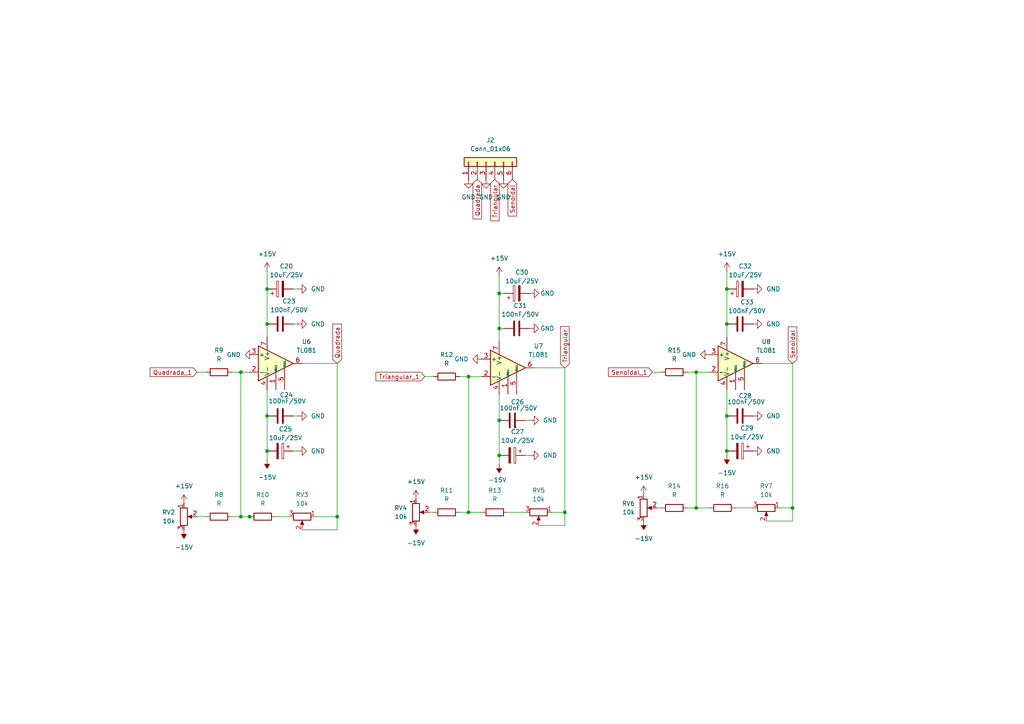
<source format=kicad_sch>
(kicad_sch (version 20231120) (generator "eeschema") (generator_version "8.0")
  (paper "A4")
  (lib_symbols
    (symbol "Amplifier_Operational:TL081" (pin_names (offset 0.127))
      (property "Reference" "U" (at 0 6.35 0))
      (property "Value" "TL081" (at 0 3.81 0))
      (symbol "TL081_0_1"
        (polyline (pts (xy -5.08 5.08) (xy 5.08 0) (xy -5.08 -5.08) (xy -5.08 5.08)) (stroke (width 0.254)) (fill (type background)))
      )
      (symbol "TL081_1_1"
        (pin input line (at 0 -7.62 90) (length 5.08) (name "NULL") (number "1"))
        (pin input line (at -7.62 -2.54 0) (length 2.54) (name "-") (number "2"))
        (pin input line (at -7.62 2.54 0) (length 2.54) (name "+") (number "3"))
        (pin power_in line (at -2.54 -7.62 90) (length 3.81) (name "V-") (number "4"))
        (pin input line (at 2.54 -7.62 90) (length 6.35) (name "NULL") (number "5"))
        (pin output line (at 7.62 0 180) (length 2.54) (name "~") (number "6"))
        (pin power_in line (at -2.54 7.62 270) (length 3.81) (name "V+") (number "7"))
        (pin no_connect line (at 0 2.54 270) (length 2.54) hide (name "NC") (number "8"))
      )
    )
    (symbol "Connector_Generic:Conn_01x06" (pin_names (offset 1.016) hide)
      (property "Reference" "J" (at 0 7.62 0))
      (property "Value" "Conn_01x06" (at 0 -10.16 0))
      (symbol "Conn_01x06_1_1"
        (rectangle (start -1.27 -7.493) (end 0 -7.747) (stroke (width 0.1524)))
        (rectangle (start -1.27 -4.953) (end 0 -5.207) (stroke (width 0.1524)))
        (rectangle (start -1.27 -2.413) (end 0 -2.667) (stroke (width 0.1524)))
        (rectangle (start -1.27 0.127) (end 0 -0.127) (stroke (width 0.1524)))
        (rectangle (start -1.27 2.667) (end 0 2.413) (stroke (width 0.1524)))
        (rectangle (start -1.27 5.207) (end 0 4.953) (stroke (width 0.1524)))
        (rectangle (start -1.27 6.35) (end 1.27 -8.89) (stroke (width 0.254)) (fill (type background)))
        (pin passive line (at -5.08 5.08 0) (length 3.81) (name "Pin_1") (number "1"))
        (pin passive line (at -5.08 2.54 0) (length 3.81) (name "Pin_2") (number "2"))
        (pin passive line (at -5.08 0 0) (length 3.81) (name "Pin_3") (number "3"))
        (pin passive line (at -5.08 -2.54 0) (length 3.81) (name "Pin_4") (number "4"))
        (pin passive line (at -5.08 -5.08 0) (length 3.81) (name "Pin_5") (number "5"))
        (pin passive line (at -5.08 -7.62 0) (length 3.81) (name "Pin_6") (number "6"))
      )
    )
    (symbol "Device:C" (pin_numbers hide) (pin_names (offset 0.254))
      (property "Reference" "C" (at 0.635 2.54 0))
      (property "Value" "C" (at 0.635 -2.54 0))
      (symbol "C_0_1"
        (polyline (pts (xy -2.032 -0.762) (xy 2.032 -0.762)) (stroke (width 0.508)))
        (polyline (pts (xy -2.032 0.762) (xy 2.032 0.762)) (stroke (width 0.508)))
      )
      (symbol "C_1_1"
        (pin passive line (at 0 3.81 270) (length 2.794) (name "~") (number "1"))
        (pin passive line (at 0 -3.81 90) (length 2.794) (name "~") (number "2"))
      )
    )
    (symbol "Device:C_Polarized" (pin_numbers hide) (pin_names (offset 0.254))
      (property "Reference" "C" (at 0.635 2.54 0))
      (property "Value" "C_Polarized" (at 0.635 -2.54 0))
      (symbol "C_Polarized_0_1"
        (rectangle (start -2.286 0.508) (end 2.286 1.016))
        (polyline (pts (xy -1.778 2.286) (xy -0.762 2.286)))
        (polyline (pts (xy -1.27 2.794) (xy -1.27 1.778)))
        (rectangle (start 2.286 -0.508) (end -2.286 -1.016) (fill (type outline)))
      )
      (symbol "C_Polarized_1_1"
        (pin passive line (at 0 3.81 270) (length 2.794) (name "~") (number "1"))
        (pin passive line (at 0 -3.81 90) (length 2.794) (name "~") (number "2"))
      )
    )
    (symbol "Device:R" (pin_numbers hide) (pin_names (offset 0))
      (property "Reference" "R" (at 2.032 0 90))
      (property "Value" "R" (at 0 0 90))
      (symbol "R_0_1"
        (rectangle (start -1.016 -2.54) (end 1.016 2.54) (stroke (width 0.254)))
      )
      (symbol "R_1_1"
        (pin passive line (at 0 3.81 270) (length 1.27) (name "~") (number "1"))
        (pin passive line (at 0 -3.81 90) (length 1.27) (name "~") (number "2"))
      )
    )
    (symbol "Device:R_Potentiometer" (pin_names (offset 1.016) hide)
      (property "Reference" "RV" (at -4.445 0 90))
      (property "Value" "R_Potentiometer" (at -2.54 0 90))
      (symbol "R_Potentiometer_0_1"
        (polyline (pts (xy 2.54 0) (xy 1.524 0)))
        (polyline (pts (xy 1.143 0) (xy 2.286 0.508) (xy 2.286 -0.508) (xy 1.143 0)) (fill (type outline)))
        (rectangle (start 1.016 2.54) (end -1.016 -2.54) (stroke (width 0.254)))
      )
      (symbol "R_Potentiometer_1_1"
        (pin passive line (at 0 3.81 270) (length 1.27) (name "1") (number "1"))
        (pin passive line (at 3.81 0 180) (length 1.27) (name "2") (number "2"))
        (pin passive line (at 0 -3.81 90) (length 1.27) (name "3") (number "3"))
      )
    )
    (symbol "power:+15V" (power) (pin_numbers hide) (pin_names (offset 0) hide)
      (property "Value" "+15V" (at 0 3.556 0))
      (symbol "+15V_0_1"
        (polyline (pts (xy -0.762 1.27) (xy 0 2.54)))
        (polyline (pts (xy 0 0) (xy 0 2.54)))
        (polyline (pts (xy 0 2.54) (xy 0.762 1.27)))
      )
      (symbol "+15V_1_1"
        (pin power_in line (at 0 0 90) (length 0) (name "~") (number "1"))
      )
    )
    (symbol "power:-15V" (power) (pin_numbers hide) (pin_names (offset 0) hide)
      (property "Value" "-15V" (at 0 3.556 0))
      (symbol "-15V_0_0"
        (pin power_in line (at 0 0 90) (length 0) (name "~") (number "1"))
      )
      (symbol "-15V_0_1"
        (polyline (pts (xy 0 0) (xy 0 1.27) (xy 0.762 1.27) (xy 0 2.54) (xy -0.762 1.27) (xy 0 1.27)) (fill (type outline)))
      )
    )
    (symbol "power:GND" (power) (pin_numbers hide) (pin_names (offset 0) hide)
      (property "Value" "GND" (at 0 -3.81 0))
      (symbol "GND_0_1"
        (polyline (pts (xy 0 0) (xy 0 -1.27) (xy 1.27 -1.27) (xy 0 -2.54) (xy -1.27 -1.27) (xy 0 -1.27)))
      )
      (symbol "GND_1_1"
        (pin power_in line (at 0 0 270) (length 0) (name "~") (number "1"))
      )
    )
  )
  (junction (at 77.47 83.82))
  (junction (at 210.82 93.98))
  (junction (at 210.82 83.82))
  (junction (at 163.83 148.59))
  (junction (at 210.82 120.65))
  (junction (at 144.78 85.09))
  (junction (at 69.85 149.86))
  (junction (at 77.47 120.65))
  (junction (at 72.39 149.86))
  (junction (at 201.93 107.95))
  (junction (at 69.85 107.95))
  (junction (at 77.47 130.81))
  (junction (at 144.78 121.92))
  (junction (at 144.78 132.08))
  (junction (at 201.93 147.32))
  (junction (at 77.47 93.98))
  (junction (at 210.82 130.81))
  (junction (at 135.89 109.22))
  (junction (at 229.87 147.32))
  (junction (at 144.78 95.25))
  (junction (at 97.79 149.86))
  (junction (at 135.89 148.59))
  (wire (pts (xy 69.85 107.95) (xy 69.85 149.86)))
  (wire (pts (xy 135.89 109.22) (xy 133.35 109.22)))
  (wire (pts (xy 85.09 130.81) (xy 86.36 130.81)))
  (wire (pts (xy 213.36 147.32) (xy 218.44 147.32)))
  (wire (pts (xy 210.82 83.82) (xy 210.82 93.98)))
  (wire (pts (xy 77.47 113.03) (xy 77.47 120.65)))
  (wire (pts (xy 190.5 147.32) (xy 191.77 147.32)))
  (wire (pts (xy 147.32 148.59) (xy 152.4 148.59)))
  (wire (pts (xy 87.63 153.67) (xy 97.79 153.67)))
  (wire (pts (xy 189.23 107.95) (xy 191.77 107.95)))
  (wire (pts (xy 73.66 149.86) (xy 72.39 149.86)))
  (wire (pts (xy 229.87 151.13) (xy 222.25 151.13)))
  (wire (pts (xy 97.79 105.41) (xy 97.79 149.86)))
  (wire (pts (xy 229.87 147.32) (xy 229.87 151.13)))
  (wire (pts (xy 229.87 105.41) (xy 229.87 147.32)))
  (wire (pts (xy 199.39 147.32) (xy 201.93 147.32)))
  (wire (pts (xy 210.82 120.65) (xy 210.82 130.81)))
  (wire (pts (xy 139.7 148.59) (xy 135.89 148.59)))
  (wire (pts (xy 133.35 148.59) (xy 135.89 148.59)))
  (wire (pts (xy 144.78 80.01) (xy 144.78 85.09)))
  (wire (pts (xy 144.78 95.25) (xy 144.78 99.06)))
  (wire (pts (xy 220.98 105.41) (xy 229.87 105.41)))
  (wire (pts (xy 85.09 83.82) (xy 86.36 83.82)))
  (wire (pts (xy 163.83 106.68) (xy 163.83 148.59)))
  (wire (pts (xy 57.15 149.86) (xy 59.69 149.86)))
  (wire (pts (xy 226.06 147.32) (xy 229.87 147.32)))
  (wire (pts (xy 124.46 148.59) (xy 125.73 148.59)))
  (wire (pts (xy 69.85 107.95) (xy 67.31 107.95)))
  (wire (pts (xy 152.4 132.08) (xy 153.67 132.08)))
  (wire (pts (xy 154.94 106.68) (xy 163.83 106.68)))
  (wire (pts (xy 77.47 130.81) (xy 77.47 133.35)))
  (wire (pts (xy 73.66 102.87) (xy 72.39 102.87)))
  (wire (pts (xy 156.21 152.4) (xy 163.83 152.4)))
  (wire (pts (xy 146.05 95.25) (xy 144.78 95.25)))
  (wire (pts (xy 97.79 153.67) (xy 97.79 149.86)))
  (wire (pts (xy 146.05 85.09) (xy 144.78 85.09)))
  (wire (pts (xy 77.47 78.74) (xy 77.47 83.82)))
  (wire (pts (xy 85.09 93.98) (xy 86.36 93.98)))
  (wire (pts (xy 135.89 109.22) (xy 135.89 148.59)))
  (wire (pts (xy 201.93 107.95) (xy 199.39 107.95)))
  (wire (pts (xy 77.47 93.98) (xy 77.47 97.79)))
  (wire (pts (xy 210.82 113.03) (xy 210.82 120.65)))
  (wire (pts (xy 210.82 78.74) (xy 210.82 83.82)))
  (wire (pts (xy 77.47 120.65) (xy 77.47 130.81)))
  (wire (pts (xy 201.93 107.95) (xy 201.93 147.32)))
  (wire (pts (xy 80.01 149.86) (xy 83.82 149.86)))
  (wire (pts (xy 144.78 132.08) (xy 144.78 134.62)))
  (wire (pts (xy 72.39 149.86) (xy 69.85 149.86)))
  (wire (pts (xy 123.19 109.22) (xy 125.73 109.22)))
  (wire (pts (xy 152.4 121.92) (xy 153.67 121.92)))
  (wire (pts (xy 67.31 149.86) (xy 69.85 149.86)))
  (wire (pts (xy 77.47 83.82) (xy 77.47 93.98)))
  (wire (pts (xy 91.44 149.86) (xy 97.79 149.86)))
  (wire (pts (xy 85.09 120.65) (xy 86.36 120.65)))
  (wire (pts (xy 160.02 148.59) (xy 163.83 148.59)))
  (wire (pts (xy 201.93 107.95) (xy 205.74 107.95)))
  (wire (pts (xy 69.85 107.95) (xy 72.39 107.95)))
  (wire (pts (xy 135.89 109.22) (xy 139.7 109.22)))
  (wire (pts (xy 144.78 121.92) (xy 144.78 132.08)))
  (wire (pts (xy 57.15 107.95) (xy 59.69 107.95)))
  (wire (pts (xy 163.83 152.4) (xy 163.83 148.59)))
  (wire (pts (xy 210.82 93.98) (xy 210.82 97.79)))
  (wire (pts (xy 205.74 147.32) (xy 201.93 147.32)))
  (wire (pts (xy 210.82 130.81) (xy 210.82 132.08)))
  (wire (pts (xy 144.78 85.09) (xy 144.78 95.25)))
  (wire (pts (xy 144.78 114.3) (xy 144.78 121.92)))
  (wire (pts (xy 87.63 105.41) (xy 97.79 105.41)))
  (global_label "Senoidal_1" (shape input) (at 189.23 107.95 180) (property "Intersheetrefs" "${INTERSHEET_REFS}" (effects (hide yes))))
  (global_label "Quadrada_1" (shape input) (at 57.15 107.95 180) (property "Intersheetrefs" "${INTERSHEET_REFS}" (effects (hide yes))))
  (global_label "Triangular" (shape input) (at 163.83 106.68 90) (property "Intersheetrefs" "${INTERSHEET_REFS}" (effects (hide yes))))
  (global_label "Triangular" (shape input) (at 143.51 52.07 270) (property "Intersheetrefs" "${INTERSHEET_REFS}" (effects (hide yes))))
  (global_label "Quadrada" (shape input) (at 138.43 52.07 270) (property "Intersheetrefs" "${INTERSHEET_REFS}" (effects (hide yes))))
  (global_label "Triangular_1" (shape input) (at 123.19 109.22 180) (property "Intersheetrefs" "${INTERSHEET_REFS}" (effects (hide yes))))
  (global_label "Senoidal" (shape input) (at 229.87 105.41 90) (property "Intersheetrefs" "${INTERSHEET_REFS}" (effects (hide yes))))
  (global_label "Senoidal" (shape input) (at 148.59 52.07 270) (property "Intersheetrefs" "${INTERSHEET_REFS}" (effects (hide yes))))
  (global_label "Quadrada" (shape input) (at 97.79 105.41 90) (property "Intersheetrefs" "${INTERSHEET_REFS}" (effects (hide yes))))
  (symbol (lib_id "Device:R_Potentiometer") (at 87.63 149.86 270) (unit 1)
    (property "Reference" "RV3" (at 87.63 143.51 90))
    (property "Value" "10k" (at 87.63 146.05 90))
    (property "Footprint" "Potentiometer_THT:Potentiometer_Bourns_3296W_Vertical" (effects (hide yes)))
    (property "Description" "Potentiometer" (effects (hide yes)))
  )
  (symbol (lib_id "Device:C_Polarized") (at 81.28 130.81 270) (unit 1)
    (property "Reference" "C25" (at 82.804 124.46 90))
    (property "Value" "10uF/25V" (at 82.804 127 90))
    (property "Footprint" "Capacitor_SMD:CP_Elec_4x5.8" (effects (hide yes)))
    (property "Description" "Polarized capacitor" (effects (hide yes)))
  )
  (symbol (lib_id "power:GND") (at 218.44 120.65 90) (unit 1)
    (property "Reference" "#PWR049" (effects (hide yes)))
    (property "Value" "GND" (at 222.25 120.6499 90) (effects (justify right)))
    (property "Description" "Power symbol creates a global label with name \"GND\" , ground" (effects (hide yes)))
  )
  (symbol (lib_id "Amplifier_Operational:TL081") (at 147.32 106.68 0) (unit 1)
    (property "Reference" "U7" (at 156.21 100.3614 0))
    (property "Value" "TL081" (at 156.21 102.9014 0))
    (property "Footprint" "Package_DIP:DIP-8_W7.62mm_LongPads" (effects (hide yes)))
    (property "Datasheet" "http://www.ti.com/lit/ds/symlink/tl081.pdf" (effects (hide yes)))
    (property "Description" "Single JFET-Input Operational Amplifiers, DIP-8/SOIC-8" (effects (hide yes)))
  )
  (symbol (lib_id "Device:C_Polarized") (at 149.86 85.09 90) (unit 1)
    (property "Reference" "C30" (at 151.384 78.994 90))
    (property "Value" "10uF/25V" (at 151.384 81.534 90))
    (property "Footprint" "Capacitor_SMD:CP_Elec_4x5.8" (effects (hide yes)))
    (property "Description" "Polarized capacitor" (effects (hide yes)))
  )
  (symbol (lib_id "Device:R") (at 63.5 107.95 90) (unit 1)
    (property "Reference" "R9" (at 63.5 101.6 90))
    (property "Value" "R" (at 63.5 104.14 90))
    (property "Footprint" "Resistor_SMD:R_0805_2012Metric" (effects (hide yes)))
    (property "Description" "Resistor" (effects (hide yes)))
  )
  (symbol (lib_id "Amplifier_Operational:TL081") (at 80.01 105.41 0) (unit 1)
    (property "Reference" "U6" (at 88.9 99.0914 0))
    (property "Value" "TL081" (at 88.9 101.6314 0))
    (property "Footprint" "Package_DIP:DIP-8_W7.62mm_LongPads" (effects (hide yes)))
    (property "Datasheet" "http://www.ti.com/lit/ds/symlink/tl081.pdf" (effects (hide yes)))
    (property "Description" "Single JFET-Input Operational Amplifiers, DIP-8/SOIC-8" (effects (hide yes)))
  )
  (symbol (lib_id "power:+15V") (at 77.47 78.74 0) (unit 1)
    (property "Reference" "#PWR028" (effects (hide yes)))
    (property "Value" "+15V" (at 77.47 73.66 0))
    (property "Description" "Power symbol creates a global label with name \"+15V\"" (effects (hide yes)))
  )
  (symbol (lib_id "Connector_Generic:Conn_01x06") (at 140.97 46.99 90) (unit 1)
    (property "Reference" "J2" (at 142.24 40.64 90))
    (property "Value" "Conn_01x06" (at 142.24 43.18 90))
    (property "Footprint" "Connector_PinHeader_2.54mm:PinHeader_1x06_P2.54mm_Vertical" (effects (hide yes)))
    (property "Description" "Generic connector, single row, 01x06, script generated (kicad-library-utils/schlib/autogen/connector/)" (effects (hide yes)))
  )
  (symbol (lib_id "power:GND") (at 139.7 104.14 270) (unit 1)
    (property "Reference" "#PWR034" (effects (hide yes)))
    (property "Value" "GND" (at 135.89 104.1399 90) (effects (justify right)))
    (property "Description" "Power symbol creates a global label with name \"GND\" , ground" (effects (hide yes)))
  )
  (symbol (lib_id "Device:C") (at 148.59 121.92 90) (unit 1)
    (property "Reference" "C26" (at 150.114 116.586 90))
    (property "Value" "100nF/50V" (at 150.368 118.364 90))
    (property "Footprint" "Capacitor_SMD:C_0805_2012Metric" (effects (hide yes)))
    (property "Description" "Unpolarized capacitor" (effects (hide yes)))
  )
  (symbol (lib_id "power:GND") (at 153.67 121.92 90) (unit 1)
    (property "Reference" "#PWR046" (effects (hide yes)))
    (property "Value" "GND" (at 157.48 121.9199 90) (effects (justify right)))
    (property "Description" "Power symbol creates a global label with name \"GND\" , ground" (effects (hide yes)))
  )
  (symbol (lib_id "power:-15V") (at 120.65 152.4 180) (unit 1)
    (property "Reference" "#PWR033" (effects (hide yes)))
    (property "Value" "-15V" (at 120.65 157.48 0))
    (property "Description" "Power symbol creates a global label with name \"-15V\"" (effects (hide yes)))
  )
  (symbol (lib_id "Device:C_Polarized") (at 214.63 83.82 90) (unit 1)
    (property "Reference" "C32" (at 216.154 77.216 90))
    (property "Value" "10uF/25V" (at 216.154 79.756 90))
    (property "Footprint" "Capacitor_SMD:CP_Elec_4x5.8" (effects (hide yes)))
    (property "Description" "Polarized capacitor" (effects (hide yes)))
  )
  (symbol (lib_id "power:-15V") (at 186.69 151.13 180) (unit 1)
    (property "Reference" "#PWR036" (effects (hide yes)))
    (property "Value" "-15V" (at 186.69 156.21 0))
    (property "Description" "Power symbol creates a global label with name \"-15V\"" (effects (hide yes)))
  )
  (symbol (lib_id "power:GND") (at 218.44 93.98 90) (unit 1)
    (property "Reference" "#PWR056" (effects (hide yes)))
    (property "Value" "GND" (at 222.25 93.9799 90) (effects (justify right)))
    (property "Description" "Power symbol creates a global label with name \"GND\" , ground" (effects (hide yes)))
  )
  (symbol (lib_id "Device:R_Potentiometer") (at 120.65 148.59 0) (unit 1)
    (property "Reference" "RV4" (at 118.11 147.3199 0) (effects (justify right)))
    (property "Value" "10k" (at 118.11 149.8599 0) (effects (justify right)))
    (property "Footprint" "Potentiometer_THT:Potentiometer_Bourns_3296W_Vertical" (effects (hide yes)))
    (property "Description" "Potentiometer" (effects (hide yes)))
  )
  (symbol (lib_id "power:GND") (at 153.67 95.25 90) (unit 1)
    (property "Reference" "#PWR053" (effects (hide yes)))
    (property "Value" "GND" (at 156.718 95.25 90) (effects (justify right)))
    (property "Description" "Power symbol creates a global label with name \"GND\" , ground" (effects (hide yes)))
  )
  (symbol (lib_id "Device:R_Potentiometer") (at 186.69 147.32 0) (unit 1)
    (property "Reference" "RV6" (at 184.15 146.0499 0) (effects (justify right)))
    (property "Value" "10k" (at 184.15 148.5899 0) (effects (justify right)))
    (property "Footprint" "Potentiometer_THT:Potentiometer_Bourns_3296W_Vertical" (effects (hide yes)))
    (property "Description" "Potentiometer" (effects (hide yes)))
  )
  (symbol (lib_id "power:GND") (at 73.66 102.87 270) (unit 1)
    (property "Reference" "#PWR031" (effects (hide yes)))
    (property "Value" "GND" (at 69.85 102.8699 90) (effects (justify right)))
    (property "Description" "Power symbol creates a global label with name \"GND\" , ground" (effects (hide yes)))
  )
  (symbol (lib_id "Device:C") (at 81.28 120.65 90) (unit 1)
    (property "Reference" "C24" (at 83.058 114.554 90))
    (property "Value" "100nF/50V" (at 83.312 116.332 90))
    (property "Footprint" "Capacitor_SMD:C_0805_2012Metric" (effects (hide yes)))
    (property "Description" "Unpolarized capacitor" (effects (hide yes)))
  )
  (symbol (lib_id "Device:R") (at 195.58 147.32 90) (unit 1)
    (property "Reference" "R14" (at 195.58 140.97 90))
    (property "Value" "R" (at 195.58 143.51 90))
    (property "Footprint" "Resistor_SMD:R_0805_2012Metric" (effects (hide yes)))
    (property "Description" "Resistor" (effects (hide yes)))
  )
  (symbol (lib_id "Device:C_Polarized") (at 81.28 83.82 90) (unit 1)
    (property "Reference" "C20" (at 83.058 77.216 90))
    (property "Value" "10uF/25V" (at 83.058 79.756 90))
    (property "Footprint" "Capacitor_SMD:CP_Elec_4x5.8" (effects (hide yes)))
    (property "Description" "Polarized capacitor" (effects (hide yes)))
  )
  (symbol (lib_id "power:GND") (at 146.05 52.07 0) (unit 1)
    (property "Reference" "#PWR059" (effects (hide yes)))
    (property "Value" "GND" (at 146.05 57.15 0))
    (property "Description" "Power symbol creates a global label with name \"GND\" , ground" (effects (hide yes)))
  )
  (symbol (lib_id "power:GND") (at 86.36 120.65 90) (unit 1)
    (property "Reference" "#PWR043" (effects (hide yes)))
    (property "Value" "GND" (at 90.17 120.6499 90) (effects (justify right)))
    (property "Description" "Power symbol creates a global label with name \"GND\" , ground" (effects (hide yes)))
  )
  (symbol (lib_id "power:+15V") (at 210.82 78.74 0) (unit 1)
    (property "Reference" "#PWR054" (effects (hide yes)))
    (property "Value" "+15V" (at 210.82 73.66 0))
    (property "Description" "Power symbol creates a global label with name \"+15V\"" (effects (hide yes)))
  )
  (symbol (lib_id "Device:C") (at 149.86 95.25 90) (unit 1)
    (property "Reference" "C31" (at 150.876 88.646 90))
    (property "Value" "100nF/50V" (at 150.876 91.186 90))
    (property "Footprint" "Capacitor_SMD:C_0805_2012Metric" (effects (hide yes)))
    (property "Description" "Unpolarized capacitor" (effects (hide yes)))
  )
  (symbol (lib_id "power:+15V") (at 53.34 146.05 0) (unit 1)
    (property "Reference" "#PWR029" (effects (hide yes)))
    (property "Value" "+15V" (at 53.34 140.97 0))
    (property "Description" "Power symbol creates a global label with name \"+15V\"" (effects (hide yes)))
  )
  (symbol (lib_id "power:GND") (at 218.44 130.81 90) (unit 1)
    (property "Reference" "#PWR050" (effects (hide yes)))
    (property "Value" "GND" (at 222.25 130.8099 90) (effects (justify right)))
    (property "Description" "Power symbol creates a global label with name \"GND\" , ground" (effects (hide yes)))
  )
  (symbol (lib_id "power:GND") (at 205.74 102.87 270) (unit 1)
    (property "Reference" "#PWR037" (effects (hide yes)))
    (property "Value" "GND" (at 201.93 102.8699 90) (effects (justify right)))
    (property "Description" "Power symbol creates a global label with name \"GND\" , ground" (effects (hide yes)))
  )
  (symbol (lib_id "Device:R") (at 76.2 149.86 90) (unit 1)
    (property "Reference" "R10" (at 76.2 143.51 90))
    (property "Value" "R" (at 76.2 146.05 90))
    (property "Footprint" "Resistor_SMD:R_0805_2012Metric" (effects (hide yes)))
    (property "Description" "Resistor" (effects (hide yes)))
  )
  (symbol (lib_id "Device:R") (at 195.58 107.95 90) (unit 1)
    (property "Reference" "R15" (at 195.58 101.6 90))
    (property "Value" "R" (at 195.58 104.14 90))
    (property "Footprint" "Resistor_SMD:R_0805_2012Metric" (effects (hide yes)))
    (property "Description" "Resistor" (effects (hide yes)))
  )
  (symbol (lib_id "Device:C") (at 214.63 120.65 90) (unit 1)
    (property "Reference" "C28" (at 216.154 114.808 90))
    (property "Value" "100nF/50V" (at 216.408 116.586 90))
    (property "Footprint" "Capacitor_SMD:C_0805_2012Metric" (effects (hide yes)))
    (property "Description" "Unpolarized capacitor" (effects (hide yes)))
  )
  (symbol (lib_id "Device:C") (at 81.28 93.98 90) (unit 1)
    (property "Reference" "C23" (at 83.82 87.376 90))
    (property "Value" "100nF/50V" (at 83.82 89.916 90))
    (property "Footprint" "Capacitor_SMD:C_0805_2012Metric" (effects (hide yes)))
    (property "Description" "Unpolarized capacitor" (effects (hide yes)))
  )
  (symbol (lib_id "power:+15V") (at 186.69 143.51 0) (unit 1)
    (property "Reference" "#PWR035" (effects (hide yes)))
    (property "Value" "+15V" (at 186.69 138.43 0))
    (property "Description" "Power symbol creates a global label with name \"+15V\"" (effects (hide yes)))
  )
  (symbol (lib_id "Device:R") (at 129.54 148.59 90) (unit 1)
    (property "Reference" "R11" (at 129.54 142.24 90))
    (property "Value" "R" (at 129.54 144.78 90))
    (property "Footprint" "Resistor_SMD:R_0805_2012Metric" (effects (hide yes)))
    (property "Description" "Resistor" (effects (hide yes)))
  )
  (symbol (lib_id "Device:C_Polarized") (at 214.63 130.81 270) (unit 1)
    (property "Reference" "C29" (at 216.662 124.206 90))
    (property "Value" "10uF/25V" (at 216.662 126.746 90))
    (property "Footprint" "Capacitor_SMD:CP_Elec_4x5.8" (effects (hide yes)))
    (property "Description" "Polarized capacitor" (effects (hide yes)))
  )
  (symbol (lib_id "Device:R_Potentiometer") (at 222.25 147.32 270) (unit 1)
    (property "Reference" "RV7" (at 222.25 140.97 90))
    (property "Value" "10k" (at 222.25 143.51 90))
    (property "Footprint" "Potentiometer_THT:Potentiometer_Bourns_3296W_Vertical" (effects (hide yes)))
    (property "Description" "Potentiometer" (effects (hide yes)))
  )
  (symbol (lib_id "power:GND") (at 153.67 85.09 90) (unit 1)
    (property "Reference" "#PWR052" (effects (hide yes)))
    (property "Value" "GND" (at 156.718 85.09 90) (effects (justify right)))
    (property "Description" "Power symbol creates a global label with name \"GND\" , ground" (effects (hide yes)))
  )
  (symbol (lib_id "power:GND") (at 153.67 132.08 90) (unit 1)
    (property "Reference" "#PWR047" (effects (hide yes)))
    (property "Value" "GND" (at 157.48 132.0799 90) (effects (justify right)))
    (property "Description" "Power symbol creates a global label with name \"GND\" , ground" (effects (hide yes)))
  )
  (symbol (lib_id "Device:R") (at 209.55 147.32 90) (unit 1)
    (property "Reference" "R16" (at 209.55 140.97 90))
    (property "Value" "R" (at 209.55 143.51 90))
    (property "Footprint" "Resistor_SMD:R_0805_2012Metric" (effects (hide yes)))
    (property "Description" "Resistor" (effects (hide yes)))
  )
  (symbol (lib_id "power:GND") (at 218.44 83.82 90) (unit 1)
    (property "Reference" "#PWR055" (effects (hide yes)))
    (property "Value" "GND" (at 222.25 83.8199 90) (effects (justify right)))
    (property "Description" "Power symbol creates a global label with name \"GND\" , ground" (effects (hide yes)))
  )
  (symbol (lib_id "power:+15V") (at 144.78 80.01 0) (unit 1)
    (property "Reference" "#PWR051" (effects (hide yes)))
    (property "Value" "+15V" (at 144.78 74.93 0))
    (property "Description" "Power symbol creates a global label with name \"+15V\"" (effects (hide yes)))
  )
  (symbol (lib_id "power:GND") (at 140.97 52.07 0) (unit 1)
    (property "Reference" "#PWR058" (effects (hide yes)))
    (property "Value" "GND" (at 140.97 57.15 0))
    (property "Description" "Power symbol creates a global label with name \"GND\" , ground" (effects (hide yes)))
  )
  (symbol (lib_id "power:GND") (at 135.89 52.07 0) (unit 1)
    (property "Reference" "#PWR057" (effects (hide yes)))
    (property "Value" "GND" (at 135.89 57.15 0))
    (property "Description" "Power symbol creates a global label with name \"GND\" , ground" (effects (hide yes)))
  )
  (symbol (lib_id "Device:R_Potentiometer") (at 156.21 148.59 270) (unit 1)
    (property "Reference" "RV5" (at 156.21 142.24 90))
    (property "Value" "10k" (at 156.21 144.78 90))
    (property "Footprint" "Potentiometer_THT:Potentiometer_Bourns_3296W_Vertical" (effects (hide yes)))
    (property "Description" "Potentiometer" (effects (hide yes)))
  )
  (symbol (lib_id "power:GND") (at 86.36 130.81 90) (unit 1)
    (property "Reference" "#PWR044" (effects (hide yes)))
    (property "Value" "GND" (at 90.17 130.8099 90) (effects (justify right)))
    (property "Description" "Power symbol creates a global label with name \"GND\" , ground" (effects (hide yes)))
  )
  (symbol (lib_id "Device:C_Polarized") (at 148.59 132.08 270) (unit 1)
    (property "Reference" "C27" (at 150.114 125.222 90))
    (property "Value" "10uF/25V" (at 150.114 127.762 90))
    (property "Footprint" "Capacitor_SMD:CP_Elec_4x5.8" (effects (hide yes)))
    (property "Description" "Polarized capacitor" (effects (hide yes)))
  )
  (symbol (lib_id "power:GND") (at 86.36 83.82 90) (unit 1)
    (property "Reference" "#PWR040" (effects (hide yes)))
    (property "Value" "GND" (at 90.17 83.8199 90) (effects (justify right)))
    (property "Description" "Power symbol creates a global label with name \"GND\" , ground" (effects (hide yes)))
  )
  (symbol (lib_id "Device:R") (at 143.51 148.59 90) (unit 1)
    (property "Reference" "R13" (at 143.51 142.24 90))
    (property "Value" "R" (at 143.51 144.78 90))
    (property "Footprint" "Resistor_SMD:R_0805_2012Metric" (effects (hide yes)))
    (property "Description" "Resistor" (effects (hide yes)))
  )
  (symbol (lib_id "power:-15V") (at 210.82 132.08 180) (unit 1)
    (property "Reference" "#PWR048" (effects (hide yes)))
    (property "Value" "-15V" (at 210.82 137.16 0))
    (property "Description" "Power symbol creates a global label with name \"-15V\"" (effects (hide yes)))
  )
  (symbol (lib_id "Device:R") (at 129.54 109.22 90) (unit 1)
    (property "Reference" "R12" (at 129.54 102.87 90))
    (property "Value" "R" (at 129.54 105.41 90))
    (property "Footprint" "Resistor_SMD:R_0805_2012Metric" (effects (hide yes)))
    (property "Description" "Resistor" (effects (hide yes)))
  )
  (symbol (lib_id "power:GND") (at 86.36 93.98 90) (unit 1)
    (property "Reference" "#PWR041" (effects (hide yes)))
    (property "Value" "GND" (at 90.17 93.9799 90) (effects (justify right)))
    (property "Description" "Power symbol creates a global label with name \"GND\" , ground" (effects (hide yes)))
  )
  (symbol (lib_id "power:-15V") (at 144.78 134.62 180) (unit 1)
    (property "Reference" "#PWR045" (effects (hide yes)))
    (property "Value" "-15V" (at 144.272 139.192 0))
    (property "Description" "Power symbol creates a global label with name \"-15V\"" (effects (hide yes)))
  )
  (symbol (lib_id "power:+15V") (at 120.65 144.78 0) (unit 1)
    (property "Reference" "#PWR032" (effects (hide yes)))
    (property "Value" "+15V" (at 120.65 139.7 0))
    (property "Description" "Power symbol creates a global label with name \"+15V\"" (effects (hide yes)))
  )
  (symbol (lib_id "Amplifier_Operational:TL081") (at 213.36 105.41 0) (unit 1)
    (property "Reference" "U8" (at 222.25 99.0914 0))
    (property "Value" "TL081" (at 222.25 101.6314 0))
    (property "Footprint" "Package_DIP:DIP-8_W7.62mm_LongPads" (effects (hide yes)))
    (property "Datasheet" "http://www.ti.com/lit/ds/symlink/tl081.pdf" (effects (hide yes)))
    (property "Description" "Single JFET-Input Operational Amplifiers, DIP-8/SOIC-8" (effects (hide yes)))
  )
  (symbol (lib_id "Device:C") (at 214.63 93.98 90) (unit 1)
    (property "Reference" "C33" (at 216.662 87.63 90))
    (property "Value" "100nF/50V" (at 216.662 90.17 90))
    (property "Footprint" "Capacitor_SMD:C_0805_2012Metric" (effects (hide yes)))
    (property "Description" "Unpolarized capacitor" (effects (hide yes)))
  )
  (symbol (lib_id "power:-15V") (at 53.34 153.67 180) (unit 1)
    (property "Reference" "#PWR030" (effects (hide yes)))
    (property "Value" "-15V" (at 53.34 158.75 0))
    (property "Description" "Power symbol creates a global label with name \"-15V\"" (effects (hide yes)))
  )
  (symbol (lib_id "Device:R_Potentiometer") (at 53.34 149.86 0) (unit 1)
    (property "Reference" "RV2" (at 50.8 148.5899 0) (effects (justify right)))
    (property "Value" "10k" (at 50.8 151.1299 0) (effects (justify right)))
    (property "Footprint" "Potentiometer_THT:Potentiometer_Bourns_3296W_Vertical" (effects (hide yes)))
    (property "Description" "Potentiometer" (effects (hide yes)))
  )
  (symbol (lib_id "power:-15V") (at 77.47 133.35 180) (unit 1)
    (property "Reference" "#PWR042" (effects (hide yes)))
    (property "Value" "-15V" (at 77.47 138.43 0))
    (property "Description" "Power symbol creates a global label with name \"-15V\"" (effects (hide yes)))
  )
  (symbol (lib_id "Device:R") (at 63.5 149.86 90) (unit 1)
    (property "Reference" "R8" (at 63.5 143.51 90))
    (property "Value" "R" (at 63.5 146.05 90))
    (property "Footprint" "Resistor_SMD:R_0805_2012Metric" (effects (hide yes)))
    (property "Description" "Resistor" (effects (hide yes)))
  )
)
</source>
